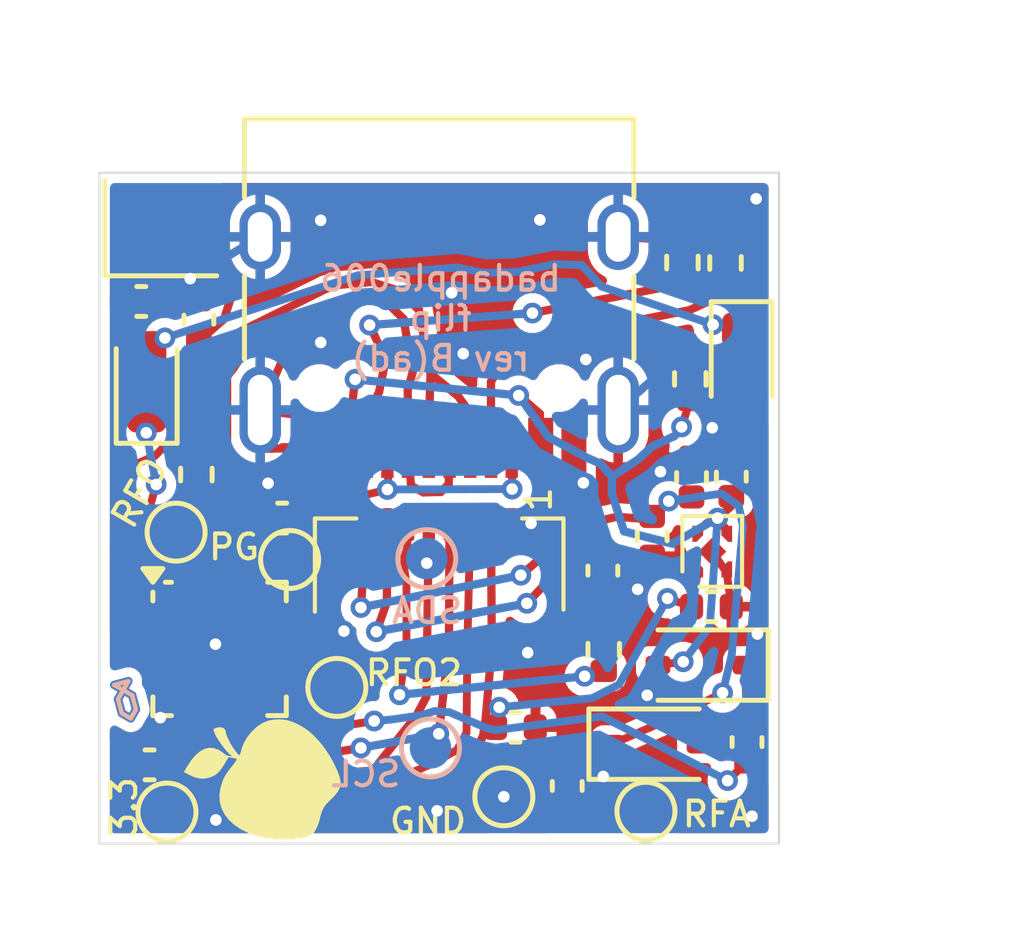
<source format=kicad_pcb>
(kicad_pcb (version 20241229) (generator "pcbnew") (generator_version "9.0")
  (layers (0 "F.Cu" signal) (2 "B.Cu" signal) (13 "F.Paste" user) (15 "B.Paste" user) (5 "F.SilkS" user "F.Silkscreen") (7 "B.SilkS" user "B.Silkscreen") (1 "F.Mask" user) (3 "B.Mask" user) (25 "Edge.Cuts" user))
  (net 0 "")
  (net 1 "Net-(J1-Pin_2)")
  (net 2 "OVDD")
  (net 3 "RES")
  (net 4 "SCL")
  (net 5 "SDA")
  (net 6 "Net-(J1-Pin_3)")
  (net 7 "VBUS")
  (net 8 "Net-(J2-CC1)")
  (net 9 "D+")
  (net 10 "D-")
  (net 11 "Net-(J2-CC2)")
  (net 12 "SBU")
  (net 13 "DPU")
  (net 14 "Net-(D1-A)")
  (net 16 "RFO2")
  (net 18 "Net-(U1-PA2{slash}T1{slash}T2{slash}U2TX_{slash}OPP0{slash}X0A0)")
  (net 19 "Net-(U1-PA1{slash}T1{slash}T2{slash}OPN0{slash}XI{slash}A1)")
  (net 20 "SWIO")
  (net 21 "RFO")
  (net 22 "Net-(J7-Pin_1)")
  (net 23 "REDCOLOR")
  (net 24 "Net-(D2-A)")
  (net 25 "CHARGEPUMP")
  (net 26 "Net-(D3-K)")
  (net 27 "OVCC")
  (net 28 "GND")
  (net 29 "Net-(J2-SBU1)")
  (footprint "TestPoint:TestPoint_Pad_D1.0mm" (layer "F.Cu") (at 74.59 89.34)
    (property "Reference" "J3" (hide yes))
    (property "Value" "PG")
  )
  (footprint "cnhardware:xdfn-reg" (layer "F.Cu") (at 84.79 89.15)
    (property "Reference" "U2" (hide yes))
    (property "Value" "RS3236-3.3YUTDN4")
  )
  (footprint "TestPoint:TestPoint_Pad_D1.0mm" (layer "F.Cu") (at 71.85 88.68)
    (property "Reference" "J6" (hide yes))
    (property "Value" "RFO")
  )
  (footprint "Resistor_SMD:R_0402_1005Metric" (layer "F.Cu") (at 84.26 84.98 90)
    (property "Reference" "R5" (hide yes))
    (property "Value" "49.9" (hide yes))
  )
  (footprint "Crystal:Crystal_SMD_2016-4Pin_2.0x1.6mm" (layer "F.Cu") (at 71.48 81.34)
    (property "Reference" "Y1" (hide yes))
    (property "Value" "24MHz")
  )
  (footprint "TestPoint:TestPoint_Pad_D1.0mm" (layer "F.Cu") (at 71.63 95.44)
    (property "Reference" "J4" (hide yes))
    (property "Value" "3.3")
  )
  (footprint "TestPoint:TestPoint_Pad_D1.0mm" (layer "F.Cu") (at 83.19 95.42)
    (property "Reference" "J7" (hide yes))
    (property "Value" "RFA")
  )
  (footprint "Resistor_SMD:R_0402_1005Metric" (layer "F.Cu") (at 72.34 87.29 90)
    (property "Reference" "R4" (hide yes))
    (property "Value" "1.5k")
  )
  (footprint "Capacitor_SMD:C_0402_1005Metric" (layer "F.Cu") (at 81.29 94.81 90)
    (property "Reference" "C8" (hide yes))
    (property "Value" "100n")
  )
  (footprint "LED_SMD:LED_0603_1608Metric" (layer "F.Cu") (at 71.14 85.050001 90)
    (property "Reference" "D1" (hide yes))
    (property "Value" "LED")
  )
  (footprint "Capacitor_SMD:C_0402_1005Metric" (layer "F.Cu") (at 85.25 87.34 90)
    (property "Reference" "C6" (hide yes))
    (property "Value" "4.7u10v")
  )
  (footprint "Resistor_SMD:R_0402_1005Metric" (layer "F.Cu") (at 82.17 91.52 90)
    (property "Reference" "R1" (hide yes))
    (property "Value" "390k")
  )
  (footprint "Capacitor_SMD:C_0402_1005Metric" (layer "F.Cu") (at 83.34 88.78 -90)
    (property "Reference" "C3" (hide yes))
    (property "Value" "100n")
  )
  (footprint "LED_SMD:LED_0603_1608Metric" (layer "F.Cu") (at 85.5 84.6 -90)
    (property "Reference" "D2" (hide yes))
    (property "Value" "LED")
  )
  (footprint "fpc:AFC42-S08FMA-1H" (layer "F.Cu") (at 78.2 88.5)
    (property "Reference" "J1" (hide yes))
    (property "Value" "OLED")
  )
  (footprint "Diode_SMD:D_SOD-323" (layer "F.Cu") (at 84.53 91.89 180)
    (property "Reference" "D3" (hide yes))
    (property "Value" "D")
  )
  (footprint "Capacitor_SMD:C_0402_1005Metric" (layer "F.Cu") (at 72.4 83.55 -90)
    (property "Reference" "C10" (hide yes))
    (property "Value" "2.2p")
  )
  (footprint "Capacitor_SMD:C_0402_1005Metric" (layer "F.Cu") (at 80.04 93.39)
    (property "Reference" "C4" (hide yes))
    (property "Value" "4.7u10v")
  )
  (footprint "Capacitor_SMD:C_0402_1005Metric" (layer "F.Cu") (at 71.21 94.3 180)
    (property "Reference" "C7" (hide yes))
    (property "Value" "100n" (hide yes))
  )
  (footprint "TestPoint:TestPoint_Pad_D1.0mm" (layer "F.Cu") (at 75.73 92.43)
    (property "Reference" "J9" (hide yes))
    (property "Value" "RFO2")
  )
  (footprint "Connector_USB:USB_C_Receptacle_HRO_TYPE-C-31-M-12" (layer "F.Cu") (at 78.2 82.6 180)
    (property "Reference" "J2" (hide yes))
    (property "Value" "USB_C_Receptacle_USB2.0")
  )
  (footprint "Capacitor_SMD:C_0402_1005Metric" (layer "F.Cu") (at 82.15 89.61 -90)
    (property "Reference" "C1" (hide yes))
    (property "Value" "4.7u10v")
  )
  (footprint "Resistor_SMD:R_0402_1005Metric" (layer "F.Cu") (at 85.11 82.18 90)
    (property "Reference" "R2" (hide yes))
    (property "Value" "5.1k")
  )
  (footprint "Capacitor_SMD:C_0402_1005Metric" (layer "F.Cu") (at 74.41 88.34)
    (property "Reference" "C12" (hide yes))
    (property "Value" "4.7u10v")
  )
  (footprint "Capacitor_SMD:C_0402_1005Metric" (layer "F.Cu") (at 84.29 87.35 90)
    (property "Reference" "C2" (hide yes))
    (property "Value" "4.7u10v")
  )
  (footprint "TestPoint:TestPoint_Pad_D1.0mm" (layer "F.Cu") (at 79.76 95.07)
    (property "Reference" "J5" (hide yes))
    (property "Value" "GND")
  )
  (footprint "Resistor_SMD:R_0402_1005Metric" (layer "F.Cu") (at 84.07 82.17 90)
    (property "Reference" "R3" (hide yes))
    (property "Value" "5.1k")
  )
  (footprint "Capacitor_SMD:C_0402_1005Metric" (layer "F.Cu") (at 85.63 93.75 -90)
    (property "Reference" "C11" (hide yes))
    (property "Value" "4.7u10v")
  )
  (footprint "Package_DFN_QFN:QFN-20-1EP_3x3mm_P0.4mm_EP1.65x1.65mm" (layer "F.Cu") (at 72.9 91.5)
    (property "Reference" "U1" (hide yes))
    (property "Value" "CH32V006F8U6" (hide yes))
  )
  (footprint "Diode_SMD:D_SOD-323" (layer "F.Cu") (at 83.4225 93.8)
    (property "Reference" "D4" (hide yes))
    (property "Value" "D" (hide yes))
  )
  (footprint "artwork:apple" (layer "F.Cu") (at 74.000764 94.528362 60)
    (property "Reference" "J8" (hide yes))
    (property "Value" "APPLE" (hide yes))
  )
  (footprint "Capacitor_SMD:C_0402_1005Metric" (layer "F.Cu") (at 71.01 83.11 180)
    (property "Reference" "C9" (hide yes))
    (property "Value" "2.2p")
  )
  (footprint "Capacitor_SMD:C_0402_1005Metric" (layer "F.Cu") (at 84.77 90.48)
    (property "Reference" "C5" (hide yes))
    (property "Value" "4.7u10v")
  )
  (footprint "TestPoint:TestPoint_Pad_D1.0mm" (layer "B.Cu") (at 77.99 93.89 180)
    (property "Reference" "J10" (hide yes))
    (property "Value" "SCL")
  )
  (footprint "TestPoint:TestPoint_Pad_D1.0mm" (layer "B.Cu") (at 77.9 89.32 180)
    (property "Reference" "J11" (hide yes))
    (property "Value" "SDA")
  )
  (gr_line (start 70.698494 92.278494) (end 70.448494 92.711506) (stroke (width 0.1)) (layer "F.SilkS"))
  (gr_line (start 70.356987 92.37) (end 70.698494 92.278494) (stroke (width 0.1)) (layer "F.SilkS"))
  (gr_line (start 70.881506 92.961506) (end 70.79 92.62) (stroke (width 0.1)) (layer "F.SilkS"))
  (gr_line (start 70.756506 93.178013) (end 70.881506 92.961506) (stroke (width 0.1)) (layer "F.SilkS"))
  (gr_line (start 70.79 92.62) (end 70.356987 92.37) (stroke (width 0.1)) (layer "F.SilkS"))
  (gr_line (start 70.448494 92.711506) (end 70.54 93.053013) (stroke (width 0.1)) (layer "F.SilkS"))
  (gr_line (start 70.54 93.053013) (end 70.756506 93.178013) (stroke (width 0.1)) (layer "F.SilkS"))
  (gr_line (start 70.448494 92.711506) (end 70.54 93.053013) (stroke (width 0.1)) (layer "B.SilkS"))
  (gr_line (start 70.79 92.62) (end 70.356987 92.37) (stroke (width 0.1)) (layer "B.SilkS"))
  (gr_line (start 70.356987 92.37) (end 70.698494 92.278494) (stroke (width 0.1)) (layer "B.SilkS"))
  (gr_line (start 70.881506 92.961506) (end 70.79 92.62) (stroke (width 0.1)) (layer "B.SilkS"))
  (gr_line (start 70.756506 93.178013) (end 70.881506 92.961506) (stroke (width 0.1)) (layer "B.SilkS"))
  (gr_line (start 70.698494 92.278494) (end 70.448494 92.711506) (stroke (width 0.1)) (layer "B.SilkS"))
  (gr_line (start 70.54 93.053013) (end 70.756506 93.178013) (stroke (width 0.1)) (layer "B.SilkS"))
  (gr_line (start 86.4 80) (end 86.4 96.2) (stroke (width 0.05)) (layer "Edge.Cuts"))
  (gr_line (start 70 96.2) (end 70 80) (stroke (width 0.05)) (layer "Edge.Cuts"))
  (gr_line (start 70 80) (end 86.4 80) (stroke (width 0.05)) (layer "Edge.Cuts"))
  (gr_line (start 86.4 96.2) (end 70 96.2) (stroke (width 0.05)) (layer "Edge.Cuts"))
  (gr_text "1" (at 80.9498 88.2396 90) (layer "F.SilkS") (effects (font (size 0.6 0.6) (thickness 0.1) (bold yes)) (justify left bottom)))
  (gr_text "badapple006\nflip\nrev B(ad)" (at 78.232 84.836 0) (layer "B.SilkS") (effects (font (size 0.6 0.6) (thickness 0.1)) (justify bottom mirror)))
  (segment (start 70.790001 92.620001) (end 70.356987 92.37) (width 0.2) (layer "F.Cu") (net 0))
  (segment (start 70.881505 92.961507) (end 70.790001 92.620001) (width 0.2) (layer "F.Cu") (net 0))
  (segment (start 70.756507 93.178011) (end 70.54 93.053011) (width 0.2) (layer "F.Cu") (net 0))
  (segment (start 70.756507 93.178011) (end 70.881505 92.961507) (width 0.2) (layer "F.Cu") (net 0))
  (segment (start 70.356987 92.37) (end 70.698494 92.278494) (width 0.2) (layer "F.Cu") (net 0))
  (segment (start 70.698494 92.278494) (end 70.448495 92.711506) (width 0.2) (layer "F.Cu") (net 0))
  (segment (start 70.448495 92.711506) (end 70.54 93.053011) (width 0.2) (layer "F.Cu") (net 0))
  (segment (start 70.448494 92.711506) (end 70.698494 92.278494) (width 0.2) (layer "B.Cu") (net 0))
  (segment (start 70.756506 93.178013) (end 70.881506 92.961506) (width 0.2) (layer "B.Cu") (net 0))
  (segment (start 70.756506 93.178013) (end 70.54 93.053013) (width 0.2) (layer "B.Cu") (net 0))
  (segment (start 70.698494 92.278494) (end 70.356987 92.37) (width 0.2) (layer "B.Cu") (net 0))
  (segment (start 70.54 93.053013) (end 70.448494 92.711506) (width 0.2) (layer "B.Cu") (net 0))
  (segment (start 70.79 92.62) (end 70.881506 92.961506) (width 0.2) (layer "B.Cu") (net 0))
  (segment (start 70.356987 92.37) (end 70.79 92.62) (width 0.2) (layer "B.Cu") (net 0))
  (segment (start 80.8228 89.8652) (end 80.3148 90.3986) (width 0.2) (layer "F.Cu") (net 1))
  (segment (start 76.9366 90.3732) (end 76.6826 91.0844) (width 0.2) (layer "F.Cu") (net 1))
  (segment (start 82.15 89.13) (end 80.8228 89.8652) (width 0.2) (layer "F.Cu") (net 1))
  (segment (start 76.9366 90.3732) (end 76.95 88.5) (width 0.2) (layer "F.Cu") (net 1))
  (via (at 80.3148 90.3986) (size 0.5) (drill 0.28) (layers "F.Cu" "B.Cu") (net 1))
  (via (at 76.6826 91.0844) (size 0.5) (drill 0.28) (layers "F.Cu" "B.Cu") (net 1))
  (segment (start 80.3148 90.3986) (end 76.6826 91.0844) (width 0.2) (layer "B.Cu") (net 1))
  (segment (start 73.59 95.31) (end 74.54 95.36) (width 0.2) (layer "F.Cu") (net 2))
  (segment (start 71.69 94.3) (end 72.21 94.47) (width 0.19) (layer "F.Cu") (net 2))
  (segment (start 78.94 94.23) (end 79.26 93.6) (width 0.2) (layer "F.Cu") (net 2))
  (segment (start 79.32 93.19) (end 79.46976 91.48) (width 0.2) (layer "F.Cu") (net 2))
  (segment (start 84.29 90.48) (end 84.44 89.66) (width 0.19) (layer "F.Cu") (net 2))
  (segment (start 74.54 95.36) (end 76.89 95.25) (width 0.2) (layer "F.Cu") (net 2))
  (segment (start 76.89 95.25) (end 78.19 94.67) (width 0.2) (layer "F.Cu") (net 2))
  (segment (start 71.63 95.44) (end 72.21 94.47) (width 0.19) (layer "F.Cu") (net 2))
  (segment (start 72.21 94.47) (end 72.82 94.98) (width 0.2) (layer "F.Cu") (net 2))
  (segment (start 72.1 93.36) (end 72.1 92.74) (width 0.2) (layer "F.Cu") (net 2))
  (segment (start 79.26 93.6) (end 79.32 93.19) (width 0.2) (layer "F.Cu") (net 2))
  (segment (start 78.19 94.67) (end 78.94 94.23) (width 0.2) (layer "F.Cu") (net 2))
  (segment (start 83.71 90.28) (end 84.29 90.48) (width 0.19) (layer "F.Cu") (net 2))
  (segment (start 72.82 94.98) (end 73.59 95.31) (width 0.2) (layer "F.Cu") (net 2))
  (segment (start 72.1 93.36) (end 72.21 94.47) (width 0.2) (layer "F.Cu") (net 2))
  (segment (start 79.46976 91.48) (end 79.45 88.5) (width 0.2) (layer "F.Cu") (net 2))
  (via (at 79.65 92.91) (size 0.5) (drill 0.28) (layers "F.Cu" "B.Cu") (net 2))
  (via (at 83.71 90.28) (size 0.5) (drill 0.28) (layers "F.Cu" "B.Cu") (net 2))
  (segment (start 82.54 92.36) (end 83.71 90.28) (width 0.19) (layer "B.Cu") (net 2))
  (segment (start 81.89 92.69) (end 79.65 92.91) (width 0.19) (layer "B.Cu") (net 2))
  (segment (start 82.54 92.36) (end 81.89 92.69) (width 0.19) (layer "B.Cu") (net 2))
  (segment (start 78.88 91.41) (end 78.95 88.5) (width 0.19) (layer "F.Cu") (net 3))
  (segment (start 78.86 93.52) (end 78.88 91.41) (width 0.19) (layer "F.Cu") (net 3))
  (segment (start 72.5 92.74) (end 72.5 93.45) (width 0.19) (layer "F.Cu") (net 3))
  (segment (start 78.63 93.94) (end 78.86 93.52) (width 0.19) (layer "F.Cu") (net 3))
  (segment (start 73.67 94.9) (end 74.55 94.97) (width 0.19) (layer "F.Cu") (net 3))
  (segment (start 73.2 94.69) (end 73.67 94.9) (width 0.19) (layer "F.Cu") (net 3))
  (segment (start 72.5 93.45) (end 72.64 94.09) (width 0.19) (layer "F.Cu") (net 3))
  (segment (start 76.67 94.86) (end 77.99 94.29) (width 0.19) (layer "F.Cu") (net 3))
  (segment (start 74.55 94.97) (end 76.67 94.86) (width 0.19) (layer "F.Cu") (net 3))
  (segment (start 72.64 94.09) (end 73.2 94.69) (width 0.19) (layer "F.Cu") (net 3))
  (segment (start 77.99 94.29) (end 78.63 93.94) (width 0.19) (layer "F.Cu") (net 3))
  (segment (start 74.58 94.17) (end 73.93 94.1) (width 0.2) (layer "F.Cu") (net 4))
  (segment (start 76.31 93.89) (end 74.58 94.17) (width 0.2) (layer "F.Cu") (net 4))
  (segment (start 78.4352 91.44) (end 78.45 88.5) (width 0.2) (layer "F.Cu") (net 4))
  (segment (start 73.3 93.44) (end 73.3 92.74) (width 0.2) (layer "F.Cu") (net 4))
  (segment (start 78.19 93.55) (end 78.4352 91.44) (width 0.2) (layer "F.Cu") (net 4))
  (segment (start 73.59 93.93) (end 73.3 93.44) (width 0.2) (layer "F.Cu") (net 4))
  (segment (start 73.93 94.1) (end 73.59 93.93) (width 0.2) (layer "F.Cu") (net 4))
  (via (at 76.31 93.89) (size 0.5) (drill 0.28) (layers "F.Cu" "B.Cu") (net 4))
  (via (at 78.19 93.55) (size 0.5) (drill 0.28) (layers "F.Cu" "B.Cu") (net 4))
  (segment (start 76.31 93.89) (end 78.19 93.55) (width 0.2) (layer "B.Cu") (net 4))
  (segment (start 74.59 94.58) (end 76.6 94.44) (width 0.2) (layer "F.Cu") (net 5))
  (segment (start 72.906154 93.5) (end 72.9 93.34) (width 0.19) (layer "F.Cu") (net 5))
  (segment (start 77.65 93.11) (end 77.89 92.66) (width 0.2) (layer "F.Cu") (net 5))
  (segment (start 72.906154 93.5) (end 73.01 93.86) (width 0.2) (layer "F.Cu") (net 5))
  (segment (start 77.89 92.66) (end 77.95 88.5) (width 0.2) (layer "F.Cu") (net 5))
  (segment (start 76.6 94.44) (end 77.65 93.11) (width 0.2) (layer "F.Cu") (net 5))
  (segment (start 72.9 93.34) (end 72.9 92.74) (width 0.19) (layer "F.Cu") (net 5))
  (segment (start 73.01 93.86) (end 73.4 94.33) (width 0.2) (layer "F.Cu") (net 5))
  (segment (start 73.4 94.33) (end 73.78 94.51) (width 0.2) (layer "F.Cu") (net 5))
  (segment (start 73.78 94.51) (end 74.59 94.58) (width 0.2) (layer "F.Cu") (net 5))
  (via (at 77.9 89.43) (size 0.5) (drill 0.28) (layers "F.Cu" "B.Cu") (net 5))
  (segment (start 77.9 89.32) (end 77.9 89.43) (width 0.19) (layer "B.Cu") (net 5))
  (segment (start 77.45 88.5) (end 77.43 89.05) (width 0.19) (layer "F.Cu") (net 6))
  (segment (start 77.43 89.05) (end 77.36 89.27) (width 0.19) (layer "F.Cu") (net 6))
  (segment (start 77.41 89.94) (end 77.41 91.48) (width 0.19) (layer "F.Cu") (net 6))
  (segment (start 77.36 89.58) (end 77.41 89.94) (width 0.19) (layer "F.Cu") (net 6))
  (segment (start 82.15 91.99) (end 81.71 92.16) (width 0.2) (layer "F.Cu") (net 6))
  (segment (start 77.41 91.48) (end 77.2414 92.6084) (width 0.19) (layer "F.Cu") (net 6))
  (segment (start 77.36 89.27) (end 77.36 89.58) (width 0.19) (layer "F.Cu") (net 6))
  (via (at 81.71 92.16) (size 0.5) (drill 0.28) (layers "F.Cu" "B.Cu") (net 6))
  (via (at 77.2414 92.6084) (size 0.5) (drill 0.28) (layers "F.Cu" "B.Cu") (net 6))
  (segment (start 77.2414 92.6084) (end 81.71 92.16) (width 0.2) (layer "B.Cu") (net 6))
  (segment (start 84.26 85.49) (end 84.05 86.14) (width 0.19) (layer "F.Cu") (net 7))
  (segment (start 84.66 88.46) (end 84.44 88.64) (width 0.19) (layer "F.Cu") (net 7))
  (segment (start 76.17 84.99) (end 76.11 85.51) (width 0.2) (layer "F.Cu") (net 7))
  (segment (start 84.92 88.34) (end 84.66 88.46) (width 0.19) (layer "F.Cu") (net 7))
  (segment (start 80.12 85.38) (end 80.63 85.82) (width 0.2) (layer "F.Cu") (net 7))
  (segment (start 83.48 91.89) (end 84.09 91.81) (width 0.19) (layer "F.Cu") (net 7))
  (segment (start 85.25 88.06) (end 84.92 88.34) (width 0.19) (layer "F.Cu") (net 7))
  (segment (start 80.63 85.82) (end 80.65 86.645) (width 0.2) (layer "F.Cu") (net 7))
  (segment (start 84.92 88.34) (end 85.14 88.64) (width 0.2) (layer "F.Cu") (net 7))
  (segment (start 76.11 85.51) (end 75.75 86.645) (width 0.2) (layer "F.Cu") (net 7))
  (via (at 76.17 84.99) (size 0.5) (drill 0.28) (layers "F.Cu" "B.Cu") (net 7))
  (via (at 84.09 91.81) (size 0.5) (drill 0.28) (layers "F.Cu" "B.Cu") (net 7))
  (via (at 84.92 88.34) (size 0.5) (drill 0.28) (layers "F.Cu" "B.Cu") (net 7))
  (via (at 84.05 86.14) (size 0.5) (drill 0.28) (layers "F.Cu" "B.Cu") (net 7))
  (via (at 80.12 85.38) (size 0.5) (drill 0.28) (layers "F.Cu" "B.Cu") (net 7))
  (segment (start 84.92 88.34) (end 83.83 88.96) (width 0.2) (layer "B.Cu") (net 7))
  (segment (start 82.1 87.03) (end 81.78 86.89) (width 0.2) (layer "B.Cu") (net 7))
  (segment (start 83.002807 86.922806) (end 82.37 87.34) (width 0.2) (layer "B.Cu") (net 7))
  (segment (start 82.37 87.75) (end 82.37 87.34) (width 0.2) (layer "B.Cu") (net 7))
  (segment (start 80.12 85.38) (end 76.17 84.99) (width 0.2) (layer "B.Cu") (net 7))
  (segment (start 84.09 91.81) (end 84.73 90.96) (width 0.19) (layer "B.Cu") (net 7))
  (segment (start 82.66 88.66) (end 82.37 87.75) (width 0.2) (layer "B.Cu") (net 7))
  (segment (start 81.78 86.89) (end 80.83 86.38) (width 0.2) (layer "B.Cu") (net 7))
  (segment (start 84.05 86.14) (end 83.88 86.36) (width 0.2) (layer "B.Cu") (net 7))
  (segment (start 83.88 86.36) (end 83.34 86.61) (width 0.2) (layer "B.Cu") (net 7))
  (segment (start 84.73 90.96) (end 84.92 88.34) (width 0.19) (layer "B.Cu") (net 7))
  (segment (start 82.37 87.34) (end 82.1 87.03) (width 0.2) (layer "B.Cu") (net 7))
  (segment (start 83.34 86.61) (end 83.002807 86.922806) (width 0.2) (layer "B.Cu") (net 7))
  (segment (start 80.83 86.38) (end 80.12 85.38) (width 0.2) (layer "B.Cu") (net 7))
  (segment (start 83.83 88.96) (end 82.66 88.66) (width 0.2) (layer "B.Cu") (net 7))
  (segment (start 84.24 83.32) (end 84.65 83.13) (width 0.2) (layer "F.Cu") (net 8))
  (segment (start 79.45 86.645) (end 79.45 85.05) (width 0.2) (layer "F.Cu") (net 8))
  (segment (start 80.86 83.98) (end 84.24 83.32) (width 0.2) (layer "F.Cu") (net 8))
  (segment (start 79.71 84.6) (end 80.86 83.98) (width 0.2) (layer "F.Cu") (net 8))
  (segment (start 84.65 83.13) (end 85.11 82.69) (width 0.2) (layer "F.Cu") (net 8))
  (segment (start 79.45 85.05) (end 79.71 84.6) (width 0.2) (layer "F.Cu") (net 8))
  (segment (start 73.36 87.44) (end 73.35 87.13) (width 0.2) (layer "F.Cu") (net 9))
  (segment (start 73.08 86.52) (end 73.08 84.92) (width 0.2) (layer "F.Cu") (net 9))
  (segment (start 77.52 87.56) (end 77.82 87.72) (width 0.2) (layer "F.Cu") (net 9))
  (segment (start 77.45 86.645) (end 77.52 87.56) (width 0.2) (layer "F.Cu") (net 9))
  (segment (start 77.56 84.82) (end 77.44 85.24) (width 0.2) (layer "F.Cu") (net 9))
  (segment (start 73.13 86.68) (end 73.08 86.52) (width 0.2) (layer "F.Cu") (net 9))
  (segment (start 74.28 83.86) (end 74.7 83.63) (width 0.2) (layer "F.Cu") (net 9))
  (segment (start 74.7 83.63) (end 75.76 83.13) (width 0.2) (layer "F.Cu") (net 9))
  (segment (start 73.3 89.84) (end 73.3 89.41) (width 0.2) (layer "F.Cu") (net 9))
  (segment (start 73.351829 88.569936) (end 73.36 87.44) (width 0.2) (layer "F.Cu") (net 9))
  (segment (start 78.24 87.71) (end 78.43 87.52) (width 0.2) (layer "F.Cu") (net 9))
  (segment (start 73.57 84.23) (end 74.28 83.86) (width 0.2) (layer "F.Cu") (net 9))
  (segment (start 78.43 87.52) (end 78.45 86.645) (width 0.2) (layer "F.Cu") (net 9))
  (segment (start 73.35 87.13) (end 73.13 86.68) (width 0.2) (layer "F.Cu") (net 9))
  (segment (start 76.58 83.06) (end 77.01 83.21) (width 0.2) (layer "F.Cu") (net 9))
  (segment (start 73.22 84.74) (end 73.57 84.23) (width 0.2) (layer "F.Cu") (net 9))
  (segment (start 73.3 89.41) (end 73.362575 88.812764) (width 0.2) (layer "F.Cu") (net 9))
  (segment (start 77.44 85.24) (end 77.45 86.645) (width 0.2) (layer "F.Cu") (net 9))
  (segment (start 77.34 83.53) (end 77.56 84.82) (width 0.2) (layer "F.Cu") (net 9))
  (segment (start 73.362575 88.812764) (end 73.351829 88.569936) (width 0.2) (layer "F.Cu") (net 9))
  (segment (start 73.08 84.92) (end 73.22 84.74) (width 0.2) (layer "F.Cu") (net 9))
  (segment (start 77.82 87.72) (end 78.24 87.71) (width 0.2) (layer "F.Cu") (net 9))
  (segment (start 77.01 83.21) (end 77.34 83.53) (width 0.2) (layer "F.Cu") (net 9))
  (segment (start 75.76 83.13) (end 76.58 83.06) (width 0.2) (layer "F.Cu") (net 9))
  (segment (start 78.95 86.645) (end 78.95 85.81) (width 0.2) (layer "F.Cu") (net 10))
  (segment (start 77.95 86.645) (end 77.97 85.5) (width 0.2) (layer "F.Cu") (net 10))
  (segment (start 75.76 82.71) (end 76.57 82.64) (width 0.2) (layer "F.Cu") (net 10))
  (segment (start 77.19 82.84) (end 77.71 83.31) (width 0.2) (layer "F.Cu") (net 10))
  (segment (start 72.91 89.3) (end 72.97 88.81) (width 0.2) (layer "F.Cu") (net 10))
  (segment (start 72.960286 88.53272) (end 72.97 87.45) (width 0.2) (layer "F.Cu") (net 10))
  (segment (start 78.95 85.81) (end 78.66 85.4) (width 0.2) (layer "F.Cu") (net 10))
  (segment (start 75.46 82.81) (end 75.76 82.71) (width 0.2) (layer "F.Cu") (net 10))
  (segment (start 72.897076 84.519948) (end 73.12 84.14) (width 0.2) (layer "F.Cu") (net 10))
  (segment (start 72.51 86.48) (end 72.41 86.77) (width 0.2) (layer "F.Cu") (net 10))
  (segment (start 78.66 85.4) (end 77.99 84.85) (width 0.2) (layer "F.Cu") (net 10))
  (segment (start 77.97 85.5) (end 77.99 84.85) (width 0.2) (layer "F.Cu") (net 10))
  (segment (start 72.97 87.45) (end 72.85 87.22) (width 0.2) (layer "F.Cu") (net 10))
  (segment (start 72.68 84.82) (end 72.77 84.65) (width 0.2) (layer "F.Cu") (net 10))
  (segment (start 72.85 87.22) (end 72.36 86.82) (width 0.2) (layer "F.Cu") (net 10))
  (segment (start 76.57 82.64) (end 77.19 82.84) (width 0.2) (layer "F.Cu") (net 10))
  (segment (start 77.71 83.31) (end 77.99 84.85) (width 0.2) (layer "F.Cu") (net 10))
  (segment (start 72.68 86.24) (end 72.68 84.82) (width 0.2) (layer "F.Cu") (net 10))
  (segment (start 72.51 86.48) (end 72.68 86.24) (width 0.2) (layer "F.Cu") (net 10))
  (segment (start 72.77 84.65) (end 72.897076 84.519948) (width 0.2) (layer "F.Cu") (net 10))
  (segment (start 73.12 84.14) (end 73.33 83.87) (width 0.2) (layer "F.Cu") (net 10))
  (segment (start 73.33 83.87) (end 75.46 82.81) (width 0.2) (layer "F.Cu") (net 10))
  (segment (start 72.97 88.81) (end 72.960286 88.53272) (width 0.2) (layer "F.Cu") (net 10))
  (segment (start 72.9 89.84) (end 72.91 89.3) (width 0.2) (layer "F.Cu") (net 10))
  (segment (start 76.91 84.51) (end 76.75 85.29) (width 0.2) (layer "F.Cu") (net 11))
  (segment (start 76.52 83.68) (end 76.91 84.51) (width 0.2) (layer "F.Cu") (net 11))
  (segment (start 80.45 83.39) (end 84.07 82.68) (width 0.2) (layer "F.Cu") (net 11))
  (segment (start 76.75 85.29) (end 76.51 85.8) (width 0.2) (layer "F.Cu") (net 11))
  (segment (start 76.51 85.8) (end 76.45 86.645) (width 0.2) (layer "F.Cu") (net 11))
  (via (at 80.45 83.39) (size 0.5) (drill 0.28) (layers "F.Cu" "B.Cu") (net 11))
  (via (at 76.52 83.68) (size 0.5) (drill 0.28) (layers "F.Cu" "B.Cu") (net 11))
  (segment (start 76.52 83.68) (end 80.45 83.39) (width 0.2) (layer "B.Cu") (net 11))
  (segment (start 73.75 88.8) (end 73.97 88.34) (width 0.19) (layer "F.Cu") (net 12))
  (segment (start 73.7 89.92) (end 73.71 89.49) (width 0.19) (layer "F.Cu") (net 12))
  (segment (start 73.71 89.49) (end 73.75 88.8) (width 0.19) (layer "F.Cu") (net 12))
  (segment (start 72.5 89.84) (end 72.49 89.34) (width 0.19) (layer "F.Cu") (net 13))
  (segment (start 72.49 89.34) (end 72.56031 88.92605) (width 0.19) (layer "F.Cu") (net 13))
  (segment (start 72.56031 88.92605) (end 72.58 88.68) (width 0.19) (layer "F.Cu") (net 13))
  (segment (start 72.58 88.68) (end 72.55 88.33) (width 0.19) (layer "F.Cu") (net 13))
  (segment (start 72.55 88.33) (end 72.41 87.79) (width 0.19) (layer "F.Cu") (net 13))
  (segment (start 85.5 83.8125) (end 84.81 83.67) (width 0.19) (layer "F.Cu") (net 14))
  (segment (start 71.19 84.312501) (end 71.58 83.99) (width 0.19) (layer "F.Cu") (net 14))
  (via (at 84.81 83.67) (size 0.5) (drill 0.28) (layers "F.Cu" "B.Cu") (net 14))
  (via (at 71.58 83.99) (size 0.5) (drill 0.28) (layers "F.Cu" "B.Cu") (net 14))
  (segment (start 80.12 82.39) (end 79.3 82.42) (width 0.19) (layer "B.Cu") (net 14))
  (segment (start 82.12 82.75) (end 81.64 82.23) (width 0.19) (layer "B.Cu") (net 14))
  (segment (start 78.62 82.29) (end 76.34 82.471255) (width 0.19) (layer "B.Cu") (net 14))
  (segment (start 80.98 82.21) (end 80.12 82.39) (width 0.19) (layer "B.Cu") (net 14))
  (segment (start 81.64 82.23) (end 80.98 82.21) (width 0.19) (layer "B.Cu") (net 14))
  (segment (start 76.23 82.48) (end 71.58 83.99) (width 0.19) (layer "B.Cu") (net 14))
  (segment (start 79.3 82.42) (end 78.62 82.29) (width 0.19) (layer "B.Cu") (net 14))
  (segment (start 84.81 83.67) (end 82.12 82.75) (width 0.19) (layer "B.Cu") (net 14))
  (segment (start 76.34 82.471255) (end 76.23 82.48) (width 0.19) (layer "B.Cu") (net 14))
  (segment (start 74.35 91.5) (end 74.35 91.9) (width 0.19) (layer "F.Cu") (net 16))
  (segment (start 74.94 91.89) (end 75.73 92.43) (width 0.19) (layer "F.Cu") (net 16))
  (segment (start 74.35 91.9) (end 74.94 91.89) (width 0.19) (layer "F.Cu") (net 16))
  (segment (start 70.42 91.3) (end 70.53 91.4) (width 0.2) (layer "F.Cu") (net 18))
  (segment (start 70.631006 83.33) (end 70.37 83.66) (width 0.2) (layer "F.Cu") (net 18))
  (segment (start 70.75 91.5) (end 71.45 91.5) (width 0.2) (layer "F.Cu") (net 18))
  (segment (start 70.35 91.06) (end 70.42 91.3) (width 0.2) (layer "F.Cu") (net 18))
  (segment (start 70.53 91.4) (end 70.75 91.5) (width 0.2) (layer "F.Cu") (net 18))
  (segment (start 70.36 86.6) (end 70.35 89.15) (width 0.2) (layer "F.Cu") (net 18))
  (segment (start 70.75 81.91) (end 70.631006 83.33) (width 0.2) (layer "F.Cu") (net 18))
  (segment (start 70.37 83.66) (end 70.36 86.6) (width 0.2) (layer "F.Cu") (net 18))
  (segment (start 70.35 89.15) (end 70.35 91.06) (width 0.2) (layer "F.Cu") (net 18))
  (segment (start 70.94 87.01) (end 70.78 87.25) (width 0.19) (layer "F.Cu") (net 19))
  (segment (start 70.74 90.59) (end 70.74 90.78) (width 0.19) (layer "F.Cu") (net 19))
  (segment (start 72.05 86.01) (end 71.78 86.39) (width 0.19) (layer "F.Cu") (net 19))
  (segment (start 70.74 90.78) (end 70.75 90.89) (width 0.19) (layer "F.Cu") (net 19))
  (segment (start 72.12 85.74) (end 72.05 86.01) (width 0.19) (layer "F.Cu") (net 19))
  (segment (start 72.89 81.25) (end 73 81.86) (width 0.2) (layer "F.Cu") (net 19))
  (segment (start 71.34 86.84) (end 70.94 87.01) (width 0.19) (layer "F.Cu") (net 19))
  (segment (start 72.15 80.81) (end 72.89 81.25) (width 0.2) (layer "F.Cu") (net 19))
  (segment (start 71.78 86.39) (end 71.34 86.84) (width 0.19) (layer "F.Cu") (net 19))
  (segment (start 73.24 82.8) (end 73.01 83.53) (width 0.2) (layer "F.Cu") (net 19))
  (segment (start 73 81.86) (end 73.24 82.8) (width 0.2) (layer "F.Cu") (net 19))
  (segment (start 73.01 83.53) (end 72.4 84.07) (width 0.2) (layer "F.Cu") (net 19))
  (segment (start 70.75 90.89) (end 70.81 91.03) (width 0.19) (layer "F.Cu") (net 19))
  (segment (start 70.81 91.03) (end 70.94 91.1) (width 0.19) (layer "F.Cu") (net 19))
  (segment (start 70.94 91.1) (end 71.45 91.1) (width 0.19) (layer "F.Cu") (net 19))
  (segment (start 72.13 84.99) (end 72.4 84.07) (width 0.2) (layer "F.Cu") (net 19))
  (segment (start 70.74 87.93) (end 70.735 90.02) (width 0.19) (layer "F.Cu") (net 19))
  (segment (start 72.12 85.74) (end 72.13 84.99) (width 0.2) (layer "F.Cu") (net 19))
  (segment (start 70.78 87.25) (end 70.74 87.93) (width 0.19) (layer "F.Cu") (net 19))
  (segment (start 70.735 90.02) (end 70.74 90.59) (width 0.19) (layer "F.Cu") (net 19))
  (segment (start 74.35 90.7) (end 74.69 89.47) (width 0.19) (layer "F.Cu") (net 20))
  (segment (start 72.11 89.23) (end 71.83 88.68) (width 0.19) (layer "F.Cu") (net 21))
  (segment (start 72.1 89.92) (end 72.11 89.23) (width 0.19) (layer "F.Cu") (net 21))
  (segment (start 83.19 95.56) (end 81.29 95.29) (width 0.19) (layer "F.Cu") (net 22))
  (segment (start 71.37 87.53) (end 71.12 88.42) (width 0.19) (layer "F.Cu") (net 23))
  (segment (start 71.12 88.42) (end 71.12 90.69) (width 0.19) (layer "F.Cu") (net 23))
  (segment (start 71.19 85.887501) (end 71.13 86.28) (width 0.19) (layer "F.Cu") (net 23))
  (segment (start 71.12 90.69) (end 71.45 90.7) (width 0.19) (layer "F.Cu") (net 23))
  (via (at 71.13 86.28) (size 0.5) (drill 0.28) (layers "F.Cu" "B.Cu") (net 23))
  (via (at 71.37 87.53) (size 0.5) (drill 0.28) (layers "F.Cu" "B.Cu") (net 23))
  (segment (start 71.37 87.53) (end 71.13 86.28) (width 0.19) (layer "B.Cu") (net 23))
  (segment (start 84.98 84.8) (end 85.5 85.3875) (width 0.19) (layer "F.Cu") (net 24))
  (segment (start 84.26 84.47) (end 84.98 84.8) (width 0.19) (layer "F.Cu") (net 24))
  (segment (start 73.7 93.32) (end 73.7 92.95) (width 0.19) (layer "F.Cu") (net 25))
  (segment (start 75.22 93.46) (end 74.37 93.614737) (width 0.19) (layer "F.Cu") (net 25))
  (segment (start 74.35 92.3) (end 74.37 93.614737) (width 0.19) (layer "F.Cu") (net 25))
  (segment (start 74.01 93.52) (end 73.77 93.41) (width 0.19) (layer "F.Cu") (net 25))
  (segment (start 76.63 93.24) (end 75.22 93.46) (width 0.19) (layer "F.Cu") (net 25))
  (segment (start 76.63 93.24) (end 75.47 93.420993) (width 0.19) (layer "F.Cu") (net 25))
  (segment (start 85.63 94.23) (end 85.16 94.68) (width 0.19) (layer "F.Cu") (net 25))
  (segment (start 74.37 93.614737) (end 74.01 93.52) (width 0.19) (layer "F.Cu") (net 25))
  (segment (start 73.71 93.25) (end 73.7 92.74) (width 0.19) (layer "F.Cu") (net 25))
  (segment (start 73.77 93.41) (end 73.7 93.32) (width 0.19) (layer "F.Cu") (net 25))
  (via (at 76.63 93.24) (size 0.5) (drill 0.28) (layers "F.Cu" "B.Cu") (net 25))
  (via (at 85.16 94.68) (size 0.5) (drill 0.28) (layers "F.Cu" "B.Cu") (net 25))
  (segment (start 79.34 93.41) (end 79.57 93.46) (width 0.19) (layer "B.Cu") (net 25))
  (segment (start 77.01 93.21) (end 77.78 93.1) (width 0.19) (layer "B.Cu") (net 25))
  (segment (start 78.09 93) (end 78.45 93.03) (width 0.19) (layer "B.Cu") (net 25))
  (segment (start 78.45 93.03) (end 79.34 93.41) (width 0.19) (layer "B.Cu") (net 25))
  (segment (start 79.57 93.46) (end 82.13 93.13) (width 0.19) (layer "B.Cu") (net 25))
  (segment (start 77.78 93.1) (end 78.09 93) (width 0.19) (layer "B.Cu") (net 25))
  (segment (start 76.63 93.24) (end 77.01 93.21) (width 0.19) (layer "B.Cu") (net 25))
  (segment (start 82.13 93.13) (end 85.16 94.68) (width 0.19) (layer "B.Cu") (net 25))
  (segment (start 84.4725 93.8) (end 85.63 93.27) (width 0.19) (layer "F.Cu") (net 26))
  (segment (start 85.58 91.89) (end 85.63 93.27) (width 0.19) (layer "F.Cu") (net 26))
  (segment (start 81.69 88.49) (end 82.49 88.31) (width 0.2) (layer "F.Cu") (net 27))
  (segment (start 83.74 87.93) (end 84.29 87.83) (width 0.19) (layer "F.Cu") (net 27))
  (segment (start 76.45 88.5) (end 76.31 90.5) (width 0.2) (layer "F.Cu") (net 27))
  (segment (start 83.92 93.12) (end 82.3725 93.8) (width 0.19) (layer "F.Cu") (net 27))
  (segment (start 82.49 88.31) (end 83.42 88.38) (width 0.2) (layer "F.Cu") (net 27))
  (segment (start 85.04 92.56) (end 83.92 93.12) (width 0.19) (layer "F.Cu") (net 27))
  (segment (start 80.17 89.72) (end 81.49 88.58) (width 0.2) (layer "F.Cu") (net 27))
  (segment (start 83.74 87.93) (end 83.34 88.3) (width 0.19) (layer "F.Cu") (net 27))
  (segment (start 81.49 88.58) (end 81.69 88.49) (width 0.2) (layer "F.Cu") (net 27))
  (via (at 85.04 92.56) (size 0.5) (drill 0.28) (layers "F.Cu" "B.Cu") (net 27))
  (via (at 76.31 90.5) (size 0.5) (drill 0.28) (layers "F.Cu" "B.Cu") (net 27))
  (via (at 83.74 87.93) (size 0.5) (drill 0.28) (layers "F.Cu" "B.Cu") (net 27))
  (via (at 80.17 89.72) (size 0.5) (drill 0.28) (layers "F.Cu" "B.Cu") (net 27))
  (segment (start 85.53 88.53) (end 85.43 88.05) (width 0.19) (layer "B.Cu") (net 27))
  (segment (start 76.31 90.5) (end 80.17 89.72) (width 0.2) (layer "B.Cu") (net 27))
  (segment (start 85.43 88.05) (end 85.02 87.75) (width 0.19) (layer "B.Cu") (net 27))
  (segment (start 85.02 87.75) (end 83.74 87.93) (width 0.19) (layer "B.Cu") (net 27))
  (segment (start 85.04 92.56) (end 85.26 91.65) (width 0.19) (layer "B.Cu") (net 27))
  (segment (start 85.26 91.65) (end 85.53 88.53) (width 0.19) (layer "B.Cu") (net 27))
  (segment (start 71.56 81.47) (end 72.18 81.89) (width 0.19) (layer "F.Cu") (net 28))
  (segment (start 81.45 86.645) (end 81.68 87.49) (width 0.2) (layer "F.Cu") (net 28))
  (segment (start 72.4 83.11) (end 72.18 81.93) (width 0.19) (layer "F.Cu") (net 28))
  (segment (start 82.02 87.58) (end 81.68 87.49) (width 0.19) (layer "F.Cu") (net 28))
  (segment (start 72.15 82.17) (end 72.19 82.56) (width 0.2) (layer "F.Cu") (net 28))
  (segment (start 74.95 86.645) (end 73.88 86.67) (width 0.2) (layer "F.Cu") (net 28))
  (segment (start 74.57 84.488899) (end 74.41 84.53) (width 0.19) (layer "F.Cu") (net 28))
  (segment (start 81.45 85.81) (end 81.64 85.72) (width 0.2) (layer "F.Cu") (net 28))
  (segment (start 72.38 91.9) (end 72.9 91.5) (width 0.19) (layer "F.Cu") (net 28))
  (segment (start 80.58 92.45) (end 80.52 93.39) (width 0.2) (layer "F.Cu") (net 28))
  (segment (start 81.45 86.645) (end 81.45 85.81) (width 0.2) (layer "F.Cu") (net 28))
  (segment (start 75.52 91.07) (end 75.9 91.07) (width 0.19) (layer "F.Cu") (net 28))
  (segment (start 85.14 89.66) (end 84.79 89.15) (width 0.19) (layer "F.Cu") (net 28))
  (segment (start 80.4164 88.4682) (end 81.42 87.64) (width 0.2) (layer "F.Cu") (net 28))
  (segment (start 71.49 83.15) (end 72.4 83.11) (width 0.19) (layer "F.Cu") (net 28))
  (segment (start 80.33549 91.59) (end 80.95 91) (width 0.2) (layer "F.Cu") (net 28))
  (segment (start 84.319999 81.65) (end 82.52 81.55) (width 0.2) (layer "F.Cu") (net 28))
  (segment (start 81.42 87.64) (end 81.68 87.49) (width 0.2) (layer "F.Cu") (net 28))
  (segment (start 81.64 85.72) (end 82.52 85.73) (width 0.2) (layer "F.Cu") (net 28))
  (segment (start 74.41 84.53) (end 73.88 85.73) (width 0.19) (layer "F.Cu") (net 28))
  (segment (start 71.45 91.9) (end 72.38 91.9) (width 0.19) (layer "F.Cu") (net 28))
  (segment (start 74.79 85.85) (end 73.88 85.73) (width 0.2) (layer "F.Cu") (net 28))
  (segment (start 74.95 86.645) (end 74.79 85.85) (width 0.2) (layer "F.Cu") (net 28))
  (segment (start 73.88 85.73) (end 73.88 86.67) (width 0.19) (layer "F.Cu") (net 28))
  (segment (start 70.69 93.96) (end 71.47 93.16) (width 0.19) (layer "F.Cu") (net 28))
  (segment (start 72.4 83.11) (end 72.19 82.56) (width 0.19) (layer "F.Cu") (net 28))
  (segment (start 85.25 90.48) (end 85.14 89.66) (width 0.19) (layer "F.Cu") (net 28))
  (segment (start 80.33549 91.59) (end 80.58 92.45) (width 0.2) (layer "F.Cu") (net 28))
  (segment (start 71.44 81.28) (end 71.56 81.47) (width 0.19) (layer "F.Cu") (net 28))
  (segment (start 75.45 91) (end 75.52 91.07) (width 0.19) (layer "F.Cu") (net 28))
  (segment (start 85.51 81.68) (end 84.319999 81.65) (width 0.2) (layer "F.Cu") (net 28))
  (segment (start 70.78 80.79) (end 71.44 81.28) (width 0.19) (layer "F.Cu") (net 28))
  (via (at 78.15 95.41) (size 0.5) (drill 0.28) (layers "F.Cu" "B.Cu") (net 28))
  (via (at 75.34 81.15) (size 0.5) (drill 0.28) (layers "F.Cu" "B.Cu") (net 28))
  (via (at 71.47 93.16) (size 0.5) (drill 0.28) (layers "F.Cu" "B.Cu") (net 28))
  (via (at 85.85 80.63) (size 0.5) (drill 0.28) (layers "F.Cu" "B.Cu") (net 28))
  (via (at 83.22 92.62) (size 0.5) (drill 0.28) (layers "F.Cu" "B.Cu") (net 28))
  (via (at 85.88 91.14) (size 0.5) (drill 0.28) (layers "F.Cu" "B.Cu") (net 28))
  (via (at 80.63 81.14) (size 0.5) (drill 0.28) (layers "F.Cu" "B.Cu") (net 28))
  (via (at 83.54 87.22) (size 0.5) (drill 0.28) (layers "F.Cu" "B.Cu") (net 28))
  (via (at 84.79 86.16) (size 0.5) (drill 0.28) (layers "F.Cu" "B.Cu") (net 28))
  (via (at 85.75 95.54) (size 0.5) (drill 0.28) (layers "F.Cu" "B.Cu") (net 28))
  (via (at 72.81 95.63) (size 0.5) (drill 0.28) (layers "F.Cu" "B.Cu") (net 28))
  (via (at 78.5 82.9) (size 0.5) (drill 0.28) (layers "F.Cu" "B.Cu") (net 28))
  (via (at 75.34 84.1) (size 0.5) (drill 0.28) (layers "F.Cu" "B.Cu") (net 28))
  (via (at 78.78 84.37) (size 0.5) (drill 0.28) (layers "F.Cu" "B.Cu") (net 28))
  (via (at 80.4164 88.4682) (size 0.5) (drill 0.28) (layers "F.Cu" "B.Cu") (net 28))
  (via (at 80.33549 91.59) (size 0.5) (drill 0.28) (layers "F.Cu" "B.Cu") (net 28))
  (via (at 72.8 91.385) (size 0.5) (drill 0.28) (layers "F.Cu" "B.Cu") (net 28))
  (via (at 74.07 87.5) (size 0.5) (drill 0.28) (layers "F.Cu" "B.Cu") (net 28))
  (via (at 82.99 90.06) (size 0.5) (drill 0.28) (layers "F.Cu" "B.Cu") (net 28))
  (via (at 82.16 94.58) (size 0.5) (drill 0.28) (layers "F.Cu" "B.Cu") (net 28))
  (via (at 81.74 84.51) (size 0.5) (drill 0.28) (layers "F.Cu" "B.Cu") (net 28))
  (via (at 75.9 91.07) (size 0.5) (drill 0.28) (layers "F.Cu" "B.Cu") (net 28))
  (via (at 72.19 82.56) (size 0.5) (drill 0.28) (layers "F.Cu" "B.Cu") (net 28))
  (via (at 81.68 87.49) (size 0.5) (drill 0.28) (layers "F.Cu" "B.Cu") (net 28))
  (via (at 79.76 95.07) (size 0.5) (drill 0.28) (layers "F.Cu" "B.Cu") (net 28))
  (segment (start 85.7 84.35) (end 85.35 84.85) (width 0.2) (layer "B.Cu") (net 28))
  (segment (start 72.19 82.56) (end 73.88 81.55) (width 0.2) (layer "B.Cu") (net 28))
  (segment (start 85.78 82.14) (end 85.7 84.35) (width 0.2) (layer "B.Cu") (net 28))
  (segment (start 72.8 91.385) (end 71.47 93.16) (width 0.2) (layer "B.Cu") (net 28))
  (segment (start 83.48 84.88) (end 82.52 85.73) (width 0.2) (layer "B.Cu") (net 28))
  (segment (start 85.35 84.85) (end 83.48 84.88) (width 0.2) (layer "B.Cu") (net 28))
  (segment (start 81.68 87.49) (end 81.99 91.05) (width 0.2) (layer "B.Cu") (net 28))
  (segment (start 76.12 87.86) (end 76.43 87.78) (width 0.19) (layer "F.Cu") (net 29))
  (segment (start 76.95 86.645) (end 76.97 87.34) (width 0.19) (layer "F.Cu") (net 29))
  (segment (start 76.43 87.78) (end 76.95 87.65) (width 0.19) (layer "F.Cu") (net 29))
  (segment (start 76.97 87.34) (end 76.95 87.65) (width 0.19) (layer "F.Cu") (net 29))
  (segment (start 74.93 88.34) (end 76.12 87.86) (width 0.19) (layer "F.Cu") (net 29))
  (segment (start 76.95 86.645) (end 76.94 87.13) (width 0.19) (layer "F.Cu") (net 29))
  (segment (start 79.96 87.22) (end 79.96 87.64) (width 0.19) (layer "F.Cu") (net 29))
  (segment (start 79.95 86.645) (end 79.96 87.22) (width 0.19) (layer "F.Cu") (net 29))
  (via (at 76.95 87.65) (size 0.5) (drill 0.28) (layers "F.Cu" "B.Cu") (net 29))
  (via (at 79.96 87.64) (size 0.5) (drill 0.28) (layers "F.Cu" "B.Cu") (net 29))
  (segment (start 79.96 87.64) (end 76.95 87.65) (width 0.19) (layer "B.Cu") (net 29))
  (zone (net 28) (net_name "GND") (layers "F.Cu" "B.Cu") (connect_pads (clearance 0.23)) (min_thickness 0.23) (fill yes (thermal_gap 0.23) (thermal_bridge_width 0.23))
    (polygon (pts (xy 90.16 76.684763) (xy 90.16 98.319252) (xy 67.6 97.7) (xy 67.84 75.83)))
  )
)
</source>
